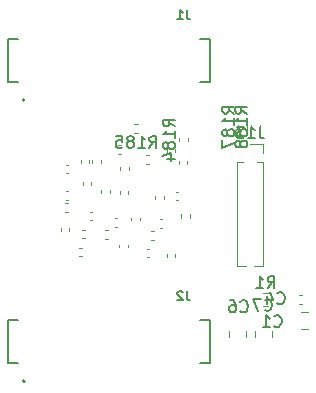
<source format=gbr>
%TF.GenerationSoftware,KiCad,Pcbnew,8.0.4-8.0.4-0~ubuntu20.04.1*%
%TF.CreationDate,2024-10-25T22:34:00+02:00*%
%TF.ProjectId,home_auto,686f6d65-5f61-4757-946f-2e6b69636164,rev?*%
%TF.SameCoordinates,Original*%
%TF.FileFunction,Legend,Bot*%
%TF.FilePolarity,Positive*%
%FSLAX46Y46*%
G04 Gerber Fmt 4.6, Leading zero omitted, Abs format (unit mm)*
G04 Created by KiCad (PCBNEW 8.0.4-8.0.4-0~ubuntu20.04.1) date 2024-10-25 22:34:00*
%MOMM*%
%LPD*%
G01*
G04 APERTURE LIST*
%ADD10C,0.150000*%
%ADD11C,0.120000*%
%ADD12C,0.127000*%
%ADD13C,0.200000*%
G04 APERTURE END LIST*
D10*
X104696666Y-109299580D02*
X104744285Y-109347200D01*
X104744285Y-109347200D02*
X104887142Y-109394819D01*
X104887142Y-109394819D02*
X104982380Y-109394819D01*
X104982380Y-109394819D02*
X105125237Y-109347200D01*
X105125237Y-109347200D02*
X105220475Y-109251961D01*
X105220475Y-109251961D02*
X105268094Y-109156723D01*
X105268094Y-109156723D02*
X105315713Y-108966247D01*
X105315713Y-108966247D02*
X105315713Y-108823390D01*
X105315713Y-108823390D02*
X105268094Y-108632914D01*
X105268094Y-108632914D02*
X105220475Y-108537676D01*
X105220475Y-108537676D02*
X105125237Y-108442438D01*
X105125237Y-108442438D02*
X104982380Y-108394819D01*
X104982380Y-108394819D02*
X104887142Y-108394819D01*
X104887142Y-108394819D02*
X104744285Y-108442438D01*
X104744285Y-108442438D02*
X104696666Y-108490057D01*
X103744285Y-109394819D02*
X104315713Y-109394819D01*
X104029999Y-109394819D02*
X104029999Y-108394819D01*
X104029999Y-108394819D02*
X104125237Y-108537676D01*
X104125237Y-108537676D02*
X104220475Y-108632914D01*
X104220475Y-108632914D02*
X104315713Y-108680533D01*
X97287467Y-82544065D02*
X97287467Y-83106495D01*
X97287467Y-83106495D02*
X97324962Y-83218981D01*
X97324962Y-83218981D02*
X97399953Y-83293972D01*
X97399953Y-83293972D02*
X97512439Y-83331467D01*
X97512439Y-83331467D02*
X97587430Y-83331467D01*
X96500065Y-83331467D02*
X96950009Y-83331467D01*
X96725037Y-83331467D02*
X96725037Y-82544065D01*
X96725037Y-82544065D02*
X96800028Y-82656551D01*
X96800028Y-82656551D02*
X96875019Y-82731542D01*
X96875019Y-82731542D02*
X96950009Y-82769037D01*
X94129047Y-94204819D02*
X94462380Y-93728628D01*
X94700475Y-94204819D02*
X94700475Y-93204819D01*
X94700475Y-93204819D02*
X94319523Y-93204819D01*
X94319523Y-93204819D02*
X94224285Y-93252438D01*
X94224285Y-93252438D02*
X94176666Y-93300057D01*
X94176666Y-93300057D02*
X94129047Y-93395295D01*
X94129047Y-93395295D02*
X94129047Y-93538152D01*
X94129047Y-93538152D02*
X94176666Y-93633390D01*
X94176666Y-93633390D02*
X94224285Y-93681009D01*
X94224285Y-93681009D02*
X94319523Y-93728628D01*
X94319523Y-93728628D02*
X94700475Y-93728628D01*
X93176666Y-94204819D02*
X93748094Y-94204819D01*
X93462380Y-94204819D02*
X93462380Y-93204819D01*
X93462380Y-93204819D02*
X93557618Y-93347676D01*
X93557618Y-93347676D02*
X93652856Y-93442914D01*
X93652856Y-93442914D02*
X93748094Y-93490533D01*
X92605237Y-93633390D02*
X92700475Y-93585771D01*
X92700475Y-93585771D02*
X92748094Y-93538152D01*
X92748094Y-93538152D02*
X92795713Y-93442914D01*
X92795713Y-93442914D02*
X92795713Y-93395295D01*
X92795713Y-93395295D02*
X92748094Y-93300057D01*
X92748094Y-93300057D02*
X92700475Y-93252438D01*
X92700475Y-93252438D02*
X92605237Y-93204819D01*
X92605237Y-93204819D02*
X92414761Y-93204819D01*
X92414761Y-93204819D02*
X92319523Y-93252438D01*
X92319523Y-93252438D02*
X92271904Y-93300057D01*
X92271904Y-93300057D02*
X92224285Y-93395295D01*
X92224285Y-93395295D02*
X92224285Y-93442914D01*
X92224285Y-93442914D02*
X92271904Y-93538152D01*
X92271904Y-93538152D02*
X92319523Y-93585771D01*
X92319523Y-93585771D02*
X92414761Y-93633390D01*
X92414761Y-93633390D02*
X92605237Y-93633390D01*
X92605237Y-93633390D02*
X92700475Y-93681009D01*
X92700475Y-93681009D02*
X92748094Y-93728628D01*
X92748094Y-93728628D02*
X92795713Y-93823866D01*
X92795713Y-93823866D02*
X92795713Y-94014342D01*
X92795713Y-94014342D02*
X92748094Y-94109580D01*
X92748094Y-94109580D02*
X92700475Y-94157200D01*
X92700475Y-94157200D02*
X92605237Y-94204819D01*
X92605237Y-94204819D02*
X92414761Y-94204819D01*
X92414761Y-94204819D02*
X92319523Y-94157200D01*
X92319523Y-94157200D02*
X92271904Y-94109580D01*
X92271904Y-94109580D02*
X92224285Y-94014342D01*
X92224285Y-94014342D02*
X92224285Y-93823866D01*
X92224285Y-93823866D02*
X92271904Y-93728628D01*
X92271904Y-93728628D02*
X92319523Y-93681009D01*
X92319523Y-93681009D02*
X92414761Y-93633390D01*
X91319523Y-93204819D02*
X91795713Y-93204819D01*
X91795713Y-93204819D02*
X91843332Y-93681009D01*
X91843332Y-93681009D02*
X91795713Y-93633390D01*
X91795713Y-93633390D02*
X91700475Y-93585771D01*
X91700475Y-93585771D02*
X91462380Y-93585771D01*
X91462380Y-93585771D02*
X91367142Y-93633390D01*
X91367142Y-93633390D02*
X91319523Y-93681009D01*
X91319523Y-93681009D02*
X91271904Y-93776247D01*
X91271904Y-93776247D02*
X91271904Y-94014342D01*
X91271904Y-94014342D02*
X91319523Y-94109580D01*
X91319523Y-94109580D02*
X91367142Y-94157200D01*
X91367142Y-94157200D02*
X91462380Y-94204819D01*
X91462380Y-94204819D02*
X91700475Y-94204819D01*
X91700475Y-94204819D02*
X91795713Y-94157200D01*
X91795713Y-94157200D02*
X91843332Y-94109580D01*
X104956666Y-107349580D02*
X105004285Y-107397200D01*
X105004285Y-107397200D02*
X105147142Y-107444819D01*
X105147142Y-107444819D02*
X105242380Y-107444819D01*
X105242380Y-107444819D02*
X105385237Y-107397200D01*
X105385237Y-107397200D02*
X105480475Y-107301961D01*
X105480475Y-107301961D02*
X105528094Y-107206723D01*
X105528094Y-107206723D02*
X105575713Y-107016247D01*
X105575713Y-107016247D02*
X105575713Y-106873390D01*
X105575713Y-106873390D02*
X105528094Y-106682914D01*
X105528094Y-106682914D02*
X105480475Y-106587676D01*
X105480475Y-106587676D02*
X105385237Y-106492438D01*
X105385237Y-106492438D02*
X105242380Y-106444819D01*
X105242380Y-106444819D02*
X105147142Y-106444819D01*
X105147142Y-106444819D02*
X105004285Y-106492438D01*
X105004285Y-106492438D02*
X104956666Y-106540057D01*
X104099523Y-106778152D02*
X104099523Y-107444819D01*
X104337618Y-106397200D02*
X104575713Y-107111485D01*
X104575713Y-107111485D02*
X103956666Y-107111485D01*
X103881666Y-107934580D02*
X103929285Y-107982200D01*
X103929285Y-107982200D02*
X104072142Y-108029819D01*
X104072142Y-108029819D02*
X104167380Y-108029819D01*
X104167380Y-108029819D02*
X104310237Y-107982200D01*
X104310237Y-107982200D02*
X104405475Y-107886961D01*
X104405475Y-107886961D02*
X104453094Y-107791723D01*
X104453094Y-107791723D02*
X104500713Y-107601247D01*
X104500713Y-107601247D02*
X104500713Y-107458390D01*
X104500713Y-107458390D02*
X104453094Y-107267914D01*
X104453094Y-107267914D02*
X104405475Y-107172676D01*
X104405475Y-107172676D02*
X104310237Y-107077438D01*
X104310237Y-107077438D02*
X104167380Y-107029819D01*
X104167380Y-107029819D02*
X104072142Y-107029819D01*
X104072142Y-107029819D02*
X103929285Y-107077438D01*
X103929285Y-107077438D02*
X103881666Y-107125057D01*
X103548332Y-107029819D02*
X102881666Y-107029819D01*
X102881666Y-107029819D02*
X103310237Y-108029819D01*
X101304819Y-91310952D02*
X100828628Y-90977619D01*
X101304819Y-90739524D02*
X100304819Y-90739524D01*
X100304819Y-90739524D02*
X100304819Y-91120476D01*
X100304819Y-91120476D02*
X100352438Y-91215714D01*
X100352438Y-91215714D02*
X100400057Y-91263333D01*
X100400057Y-91263333D02*
X100495295Y-91310952D01*
X100495295Y-91310952D02*
X100638152Y-91310952D01*
X100638152Y-91310952D02*
X100733390Y-91263333D01*
X100733390Y-91263333D02*
X100781009Y-91215714D01*
X100781009Y-91215714D02*
X100828628Y-91120476D01*
X100828628Y-91120476D02*
X100828628Y-90739524D01*
X101304819Y-92263333D02*
X101304819Y-91691905D01*
X101304819Y-91977619D02*
X100304819Y-91977619D01*
X100304819Y-91977619D02*
X100447676Y-91882381D01*
X100447676Y-91882381D02*
X100542914Y-91787143D01*
X100542914Y-91787143D02*
X100590533Y-91691905D01*
X100733390Y-92834762D02*
X100685771Y-92739524D01*
X100685771Y-92739524D02*
X100638152Y-92691905D01*
X100638152Y-92691905D02*
X100542914Y-92644286D01*
X100542914Y-92644286D02*
X100495295Y-92644286D01*
X100495295Y-92644286D02*
X100400057Y-92691905D01*
X100400057Y-92691905D02*
X100352438Y-92739524D01*
X100352438Y-92739524D02*
X100304819Y-92834762D01*
X100304819Y-92834762D02*
X100304819Y-93025238D01*
X100304819Y-93025238D02*
X100352438Y-93120476D01*
X100352438Y-93120476D02*
X100400057Y-93168095D01*
X100400057Y-93168095D02*
X100495295Y-93215714D01*
X100495295Y-93215714D02*
X100542914Y-93215714D01*
X100542914Y-93215714D02*
X100638152Y-93168095D01*
X100638152Y-93168095D02*
X100685771Y-93120476D01*
X100685771Y-93120476D02*
X100733390Y-93025238D01*
X100733390Y-93025238D02*
X100733390Y-92834762D01*
X100733390Y-92834762D02*
X100781009Y-92739524D01*
X100781009Y-92739524D02*
X100828628Y-92691905D01*
X100828628Y-92691905D02*
X100923866Y-92644286D01*
X100923866Y-92644286D02*
X101114342Y-92644286D01*
X101114342Y-92644286D02*
X101209580Y-92691905D01*
X101209580Y-92691905D02*
X101257200Y-92739524D01*
X101257200Y-92739524D02*
X101304819Y-92834762D01*
X101304819Y-92834762D02*
X101304819Y-93025238D01*
X101304819Y-93025238D02*
X101257200Y-93120476D01*
X101257200Y-93120476D02*
X101209580Y-93168095D01*
X101209580Y-93168095D02*
X101114342Y-93215714D01*
X101114342Y-93215714D02*
X100923866Y-93215714D01*
X100923866Y-93215714D02*
X100828628Y-93168095D01*
X100828628Y-93168095D02*
X100781009Y-93120476D01*
X100781009Y-93120476D02*
X100733390Y-93025238D01*
X100304819Y-93549048D02*
X100304819Y-94215714D01*
X100304819Y-94215714D02*
X101304819Y-93787143D01*
X97287467Y-106344065D02*
X97287467Y-106906495D01*
X97287467Y-106906495D02*
X97324962Y-107018981D01*
X97324962Y-107018981D02*
X97399953Y-107093972D01*
X97399953Y-107093972D02*
X97512439Y-107131467D01*
X97512439Y-107131467D02*
X97587430Y-107131467D01*
X96950009Y-106419056D02*
X96912514Y-106381560D01*
X96912514Y-106381560D02*
X96837523Y-106344065D01*
X96837523Y-106344065D02*
X96650047Y-106344065D01*
X96650047Y-106344065D02*
X96575056Y-106381560D01*
X96575056Y-106381560D02*
X96537561Y-106419056D01*
X96537561Y-106419056D02*
X96500065Y-106494046D01*
X96500065Y-106494046D02*
X96500065Y-106569037D01*
X96500065Y-106569037D02*
X96537561Y-106681523D01*
X96537561Y-106681523D02*
X96987505Y-107131467D01*
X96987505Y-107131467D02*
X96500065Y-107131467D01*
X104136666Y-106074819D02*
X104469999Y-105598628D01*
X104708094Y-106074819D02*
X104708094Y-105074819D01*
X104708094Y-105074819D02*
X104327142Y-105074819D01*
X104327142Y-105074819D02*
X104231904Y-105122438D01*
X104231904Y-105122438D02*
X104184285Y-105170057D01*
X104184285Y-105170057D02*
X104136666Y-105265295D01*
X104136666Y-105265295D02*
X104136666Y-105408152D01*
X104136666Y-105408152D02*
X104184285Y-105503390D01*
X104184285Y-105503390D02*
X104231904Y-105551009D01*
X104231904Y-105551009D02*
X104327142Y-105598628D01*
X104327142Y-105598628D02*
X104708094Y-105598628D01*
X103184285Y-106074819D02*
X103755713Y-106074819D01*
X103469999Y-106074819D02*
X103469999Y-105074819D01*
X103469999Y-105074819D02*
X103565237Y-105217676D01*
X103565237Y-105217676D02*
X103660475Y-105312914D01*
X103660475Y-105312914D02*
X103755713Y-105360533D01*
X96274819Y-92400952D02*
X95798628Y-92067619D01*
X96274819Y-91829524D02*
X95274819Y-91829524D01*
X95274819Y-91829524D02*
X95274819Y-92210476D01*
X95274819Y-92210476D02*
X95322438Y-92305714D01*
X95322438Y-92305714D02*
X95370057Y-92353333D01*
X95370057Y-92353333D02*
X95465295Y-92400952D01*
X95465295Y-92400952D02*
X95608152Y-92400952D01*
X95608152Y-92400952D02*
X95703390Y-92353333D01*
X95703390Y-92353333D02*
X95751009Y-92305714D01*
X95751009Y-92305714D02*
X95798628Y-92210476D01*
X95798628Y-92210476D02*
X95798628Y-91829524D01*
X96274819Y-93353333D02*
X96274819Y-92781905D01*
X96274819Y-93067619D02*
X95274819Y-93067619D01*
X95274819Y-93067619D02*
X95417676Y-92972381D01*
X95417676Y-92972381D02*
X95512914Y-92877143D01*
X95512914Y-92877143D02*
X95560533Y-92781905D01*
X95703390Y-93924762D02*
X95655771Y-93829524D01*
X95655771Y-93829524D02*
X95608152Y-93781905D01*
X95608152Y-93781905D02*
X95512914Y-93734286D01*
X95512914Y-93734286D02*
X95465295Y-93734286D01*
X95465295Y-93734286D02*
X95370057Y-93781905D01*
X95370057Y-93781905D02*
X95322438Y-93829524D01*
X95322438Y-93829524D02*
X95274819Y-93924762D01*
X95274819Y-93924762D02*
X95274819Y-94115238D01*
X95274819Y-94115238D02*
X95322438Y-94210476D01*
X95322438Y-94210476D02*
X95370057Y-94258095D01*
X95370057Y-94258095D02*
X95465295Y-94305714D01*
X95465295Y-94305714D02*
X95512914Y-94305714D01*
X95512914Y-94305714D02*
X95608152Y-94258095D01*
X95608152Y-94258095D02*
X95655771Y-94210476D01*
X95655771Y-94210476D02*
X95703390Y-94115238D01*
X95703390Y-94115238D02*
X95703390Y-93924762D01*
X95703390Y-93924762D02*
X95751009Y-93829524D01*
X95751009Y-93829524D02*
X95798628Y-93781905D01*
X95798628Y-93781905D02*
X95893866Y-93734286D01*
X95893866Y-93734286D02*
X96084342Y-93734286D01*
X96084342Y-93734286D02*
X96179580Y-93781905D01*
X96179580Y-93781905D02*
X96227200Y-93829524D01*
X96227200Y-93829524D02*
X96274819Y-93924762D01*
X96274819Y-93924762D02*
X96274819Y-94115238D01*
X96274819Y-94115238D02*
X96227200Y-94210476D01*
X96227200Y-94210476D02*
X96179580Y-94258095D01*
X96179580Y-94258095D02*
X96084342Y-94305714D01*
X96084342Y-94305714D02*
X95893866Y-94305714D01*
X95893866Y-94305714D02*
X95798628Y-94258095D01*
X95798628Y-94258095D02*
X95751009Y-94210476D01*
X95751009Y-94210476D02*
X95703390Y-94115238D01*
X95608152Y-95162857D02*
X96274819Y-95162857D01*
X95227200Y-94924762D02*
X95941485Y-94686667D01*
X95941485Y-94686667D02*
X95941485Y-95305714D01*
X103459523Y-92409819D02*
X103459523Y-93124104D01*
X103459523Y-93124104D02*
X103507142Y-93266961D01*
X103507142Y-93266961D02*
X103602380Y-93362200D01*
X103602380Y-93362200D02*
X103745237Y-93409819D01*
X103745237Y-93409819D02*
X103840475Y-93409819D01*
X102459523Y-93409819D02*
X103030951Y-93409819D01*
X102745237Y-93409819D02*
X102745237Y-92409819D01*
X102745237Y-92409819D02*
X102840475Y-92552676D01*
X102840475Y-92552676D02*
X102935713Y-92647914D01*
X102935713Y-92647914D02*
X103030951Y-92695533D01*
X102126189Y-92409819D02*
X101507142Y-92409819D01*
X101507142Y-92409819D02*
X101840475Y-92790771D01*
X101840475Y-92790771D02*
X101697618Y-92790771D01*
X101697618Y-92790771D02*
X101602380Y-92838390D01*
X101602380Y-92838390D02*
X101554761Y-92886009D01*
X101554761Y-92886009D02*
X101507142Y-92981247D01*
X101507142Y-92981247D02*
X101507142Y-93219342D01*
X101507142Y-93219342D02*
X101554761Y-93314580D01*
X101554761Y-93314580D02*
X101602380Y-93362200D01*
X101602380Y-93362200D02*
X101697618Y-93409819D01*
X101697618Y-93409819D02*
X101983332Y-93409819D01*
X101983332Y-93409819D02*
X102078570Y-93362200D01*
X102078570Y-93362200D02*
X102126189Y-93314580D01*
X102394819Y-91310952D02*
X101918628Y-90977619D01*
X102394819Y-90739524D02*
X101394819Y-90739524D01*
X101394819Y-90739524D02*
X101394819Y-91120476D01*
X101394819Y-91120476D02*
X101442438Y-91215714D01*
X101442438Y-91215714D02*
X101490057Y-91263333D01*
X101490057Y-91263333D02*
X101585295Y-91310952D01*
X101585295Y-91310952D02*
X101728152Y-91310952D01*
X101728152Y-91310952D02*
X101823390Y-91263333D01*
X101823390Y-91263333D02*
X101871009Y-91215714D01*
X101871009Y-91215714D02*
X101918628Y-91120476D01*
X101918628Y-91120476D02*
X101918628Y-90739524D01*
X102394819Y-92263333D02*
X102394819Y-91691905D01*
X102394819Y-91977619D02*
X101394819Y-91977619D01*
X101394819Y-91977619D02*
X101537676Y-91882381D01*
X101537676Y-91882381D02*
X101632914Y-91787143D01*
X101632914Y-91787143D02*
X101680533Y-91691905D01*
X101823390Y-92834762D02*
X101775771Y-92739524D01*
X101775771Y-92739524D02*
X101728152Y-92691905D01*
X101728152Y-92691905D02*
X101632914Y-92644286D01*
X101632914Y-92644286D02*
X101585295Y-92644286D01*
X101585295Y-92644286D02*
X101490057Y-92691905D01*
X101490057Y-92691905D02*
X101442438Y-92739524D01*
X101442438Y-92739524D02*
X101394819Y-92834762D01*
X101394819Y-92834762D02*
X101394819Y-93025238D01*
X101394819Y-93025238D02*
X101442438Y-93120476D01*
X101442438Y-93120476D02*
X101490057Y-93168095D01*
X101490057Y-93168095D02*
X101585295Y-93215714D01*
X101585295Y-93215714D02*
X101632914Y-93215714D01*
X101632914Y-93215714D02*
X101728152Y-93168095D01*
X101728152Y-93168095D02*
X101775771Y-93120476D01*
X101775771Y-93120476D02*
X101823390Y-93025238D01*
X101823390Y-93025238D02*
X101823390Y-92834762D01*
X101823390Y-92834762D02*
X101871009Y-92739524D01*
X101871009Y-92739524D02*
X101918628Y-92691905D01*
X101918628Y-92691905D02*
X102013866Y-92644286D01*
X102013866Y-92644286D02*
X102204342Y-92644286D01*
X102204342Y-92644286D02*
X102299580Y-92691905D01*
X102299580Y-92691905D02*
X102347200Y-92739524D01*
X102347200Y-92739524D02*
X102394819Y-92834762D01*
X102394819Y-92834762D02*
X102394819Y-93025238D01*
X102394819Y-93025238D02*
X102347200Y-93120476D01*
X102347200Y-93120476D02*
X102299580Y-93168095D01*
X102299580Y-93168095D02*
X102204342Y-93215714D01*
X102204342Y-93215714D02*
X102013866Y-93215714D01*
X102013866Y-93215714D02*
X101918628Y-93168095D01*
X101918628Y-93168095D02*
X101871009Y-93120476D01*
X101871009Y-93120476D02*
X101823390Y-93025238D01*
X101823390Y-93787143D02*
X101775771Y-93691905D01*
X101775771Y-93691905D02*
X101728152Y-93644286D01*
X101728152Y-93644286D02*
X101632914Y-93596667D01*
X101632914Y-93596667D02*
X101585295Y-93596667D01*
X101585295Y-93596667D02*
X101490057Y-93644286D01*
X101490057Y-93644286D02*
X101442438Y-93691905D01*
X101442438Y-93691905D02*
X101394819Y-93787143D01*
X101394819Y-93787143D02*
X101394819Y-93977619D01*
X101394819Y-93977619D02*
X101442438Y-94072857D01*
X101442438Y-94072857D02*
X101490057Y-94120476D01*
X101490057Y-94120476D02*
X101585295Y-94168095D01*
X101585295Y-94168095D02*
X101632914Y-94168095D01*
X101632914Y-94168095D02*
X101728152Y-94120476D01*
X101728152Y-94120476D02*
X101775771Y-94072857D01*
X101775771Y-94072857D02*
X101823390Y-93977619D01*
X101823390Y-93977619D02*
X101823390Y-93787143D01*
X101823390Y-93787143D02*
X101871009Y-93691905D01*
X101871009Y-93691905D02*
X101918628Y-93644286D01*
X101918628Y-93644286D02*
X102013866Y-93596667D01*
X102013866Y-93596667D02*
X102204342Y-93596667D01*
X102204342Y-93596667D02*
X102299580Y-93644286D01*
X102299580Y-93644286D02*
X102347200Y-93691905D01*
X102347200Y-93691905D02*
X102394819Y-93787143D01*
X102394819Y-93787143D02*
X102394819Y-93977619D01*
X102394819Y-93977619D02*
X102347200Y-94072857D01*
X102347200Y-94072857D02*
X102299580Y-94120476D01*
X102299580Y-94120476D02*
X102204342Y-94168095D01*
X102204342Y-94168095D02*
X102013866Y-94168095D01*
X102013866Y-94168095D02*
X101918628Y-94120476D01*
X101918628Y-94120476D02*
X101871009Y-94072857D01*
X101871009Y-94072857D02*
X101823390Y-93977619D01*
X101836666Y-108039580D02*
X101884285Y-108087200D01*
X101884285Y-108087200D02*
X102027142Y-108134819D01*
X102027142Y-108134819D02*
X102122380Y-108134819D01*
X102122380Y-108134819D02*
X102265237Y-108087200D01*
X102265237Y-108087200D02*
X102360475Y-107991961D01*
X102360475Y-107991961D02*
X102408094Y-107896723D01*
X102408094Y-107896723D02*
X102455713Y-107706247D01*
X102455713Y-107706247D02*
X102455713Y-107563390D01*
X102455713Y-107563390D02*
X102408094Y-107372914D01*
X102408094Y-107372914D02*
X102360475Y-107277676D01*
X102360475Y-107277676D02*
X102265237Y-107182438D01*
X102265237Y-107182438D02*
X102122380Y-107134819D01*
X102122380Y-107134819D02*
X102027142Y-107134819D01*
X102027142Y-107134819D02*
X101884285Y-107182438D01*
X101884285Y-107182438D02*
X101836666Y-107230057D01*
X100979523Y-107134819D02*
X101169999Y-107134819D01*
X101169999Y-107134819D02*
X101265237Y-107182438D01*
X101265237Y-107182438D02*
X101312856Y-107230057D01*
X101312856Y-107230057D02*
X101408094Y-107372914D01*
X101408094Y-107372914D02*
X101455713Y-107563390D01*
X101455713Y-107563390D02*
X101455713Y-107944342D01*
X101455713Y-107944342D02*
X101408094Y-108039580D01*
X101408094Y-108039580D02*
X101360475Y-108087200D01*
X101360475Y-108087200D02*
X101265237Y-108134819D01*
X101265237Y-108134819D02*
X101074761Y-108134819D01*
X101074761Y-108134819D02*
X100979523Y-108087200D01*
X100979523Y-108087200D02*
X100931904Y-108039580D01*
X100931904Y-108039580D02*
X100884285Y-107944342D01*
X100884285Y-107944342D02*
X100884285Y-107706247D01*
X100884285Y-107706247D02*
X100931904Y-107611009D01*
X100931904Y-107611009D02*
X100979523Y-107563390D01*
X100979523Y-107563390D02*
X101074761Y-107515771D01*
X101074761Y-107515771D02*
X101265237Y-107515771D01*
X101265237Y-107515771D02*
X101360475Y-107563390D01*
X101360475Y-107563390D02*
X101408094Y-107611009D01*
X101408094Y-107611009D02*
X101455713Y-107706247D01*
D11*
%TO.C,C22*%
X95002164Y-100270000D02*
X95217836Y-100270000D01*
X95002164Y-100990000D02*
X95217836Y-100990000D01*
%TO.C,C1*%
X106988748Y-108075000D02*
X107511252Y-108075000D01*
X106988748Y-109545000D02*
X107511252Y-109545000D01*
%TO.C,C30*%
X89082164Y-99620000D02*
X89297836Y-99620000D01*
X89082164Y-100340000D02*
X89297836Y-100340000D01*
%TO.C,C41*%
X96610000Y-95342164D02*
X96610000Y-95557836D01*
X97330000Y-95342164D02*
X97330000Y-95557836D01*
%TO.C,C21*%
X87227836Y-98890000D02*
X87012164Y-98890000D01*
X87227836Y-99610000D02*
X87012164Y-99610000D01*
%TO.C,R186*%
X96790000Y-99816359D02*
X96790000Y-100123641D01*
X97550000Y-99816359D02*
X97550000Y-100123641D01*
%TO.C,C52*%
X91620000Y-97862164D02*
X91620000Y-98077836D01*
X92340000Y-97862164D02*
X92340000Y-98077836D01*
D12*
%TO.C,J1*%
X82175000Y-85025000D02*
X82175000Y-88625000D01*
X82175000Y-88625000D02*
X83005000Y-88625000D01*
X83005000Y-85025000D02*
X82175000Y-85025000D01*
X98445000Y-88625000D02*
X99275000Y-88625000D01*
X99275000Y-85025000D02*
X98445000Y-85025000D01*
X99275000Y-88625000D02*
X99275000Y-85025000D01*
D13*
X83575000Y-90175000D02*
G75*
G02*
X83375000Y-90175000I-100000J0D01*
G01*
X83375000Y-90175000D02*
G75*
G02*
X83575000Y-90175000I100000J0D01*
G01*
D11*
%TO.C,C53*%
X92600000Y-100132164D02*
X92600000Y-100347836D01*
X93320000Y-100132164D02*
X93320000Y-100347836D01*
%TO.C,C55*%
X96557836Y-97930000D02*
X96342164Y-97930000D01*
X96557836Y-98650000D02*
X96342164Y-98650000D01*
%TO.C,R185*%
X93163641Y-92200000D02*
X92856359Y-92200000D01*
X93163641Y-92960000D02*
X92856359Y-92960000D01*
%TO.C,C4*%
X106792164Y-106690000D02*
X107007836Y-106690000D01*
X106792164Y-107410000D02*
X107007836Y-107410000D01*
%TO.C,C18*%
X90402164Y-101170000D02*
X90617836Y-101170000D01*
X90402164Y-101890000D02*
X90617836Y-101890000D01*
%TO.C,C40*%
X88330000Y-95457836D02*
X88330000Y-95242164D01*
X89050000Y-95457836D02*
X89050000Y-95242164D01*
%TO.C,C19*%
X88192164Y-102680000D02*
X88407836Y-102680000D01*
X88192164Y-103400000D02*
X88407836Y-103400000D01*
%TO.C,C37*%
X94087836Y-94820000D02*
X93872164Y-94820000D01*
X94087836Y-95540000D02*
X93872164Y-95540000D01*
%TO.C,C47*%
X88452164Y-101160000D02*
X88667836Y-101160000D01*
X88452164Y-101880000D02*
X88667836Y-101880000D01*
%TO.C,C45*%
X90050000Y-98007836D02*
X90050000Y-97792164D01*
X90770000Y-98007836D02*
X90770000Y-97792164D01*
%TO.C,C20*%
X94272164Y-101260000D02*
X94487836Y-101260000D01*
X94272164Y-101980000D02*
X94487836Y-101980000D01*
%TO.C,C49*%
X87247836Y-97890000D02*
X87032164Y-97890000D01*
X87247836Y-98610000D02*
X87032164Y-98610000D01*
%TO.C,C7*%
X103040000Y-109713748D02*
X103040000Y-110236252D01*
X104510000Y-109713748D02*
X104510000Y-110236252D01*
%TO.C,C32*%
X91407836Y-100170000D02*
X91192164Y-100170000D01*
X91407836Y-100890000D02*
X91192164Y-100890000D01*
%TO.C,C31*%
X94600000Y-98507836D02*
X94600000Y-98292164D01*
X95320000Y-98507836D02*
X95320000Y-98292164D01*
%TO.C,R187*%
X101640000Y-92583641D02*
X101640000Y-92276359D01*
X102400000Y-92583641D02*
X102400000Y-92276359D01*
D12*
%TO.C,J2*%
X82175000Y-108825000D02*
X82175000Y-112425000D01*
X82175000Y-112425000D02*
X83005000Y-112425000D01*
X83005000Y-108825000D02*
X82175000Y-108825000D01*
X98445000Y-112425000D02*
X99275000Y-112425000D01*
X99275000Y-108825000D02*
X98445000Y-108825000D01*
X99275000Y-112425000D02*
X99275000Y-108825000D01*
D13*
X83575000Y-113975000D02*
G75*
G02*
X83375000Y-113975000I-100000J0D01*
G01*
X83375000Y-113975000D02*
G75*
G02*
X83575000Y-113975000I100000J0D01*
G01*
D11*
%TO.C,C34*%
X95580000Y-103427836D02*
X95580000Y-103212164D01*
X96300000Y-103427836D02*
X96300000Y-103212164D01*
%TO.C,C50*%
X95590000Y-94557836D02*
X95590000Y-94342164D01*
X96310000Y-94557836D02*
X96310000Y-94342164D01*
%TO.C,R1*%
X103732742Y-106527500D02*
X104207258Y-106527500D01*
X103732742Y-107572500D02*
X104207258Y-107572500D01*
%TO.C,C33*%
X88470000Y-97337836D02*
X88470000Y-97122164D01*
X89190000Y-97337836D02*
X89190000Y-97122164D01*
%TO.C,R184*%
X96610000Y-93673641D02*
X96610000Y-93366359D01*
X97370000Y-93673641D02*
X97370000Y-93366359D01*
%TO.C,C43*%
X87247836Y-95640000D02*
X87032164Y-95640000D01*
X87247836Y-96360000D02*
X87032164Y-96360000D01*
%TO.C,C58*%
X91590000Y-102432164D02*
X91590000Y-102647836D01*
X92310000Y-102432164D02*
X92310000Y-102647836D01*
%TO.C,C38*%
X91697836Y-93990000D02*
X91482164Y-93990000D01*
X91697836Y-94710000D02*
X91482164Y-94710000D01*
%TO.C,C59*%
X94097836Y-102740000D02*
X93882164Y-102740000D01*
X94097836Y-103460000D02*
X93882164Y-103460000D01*
%TO.C,J13*%
X103760000Y-104235000D02*
X103760000Y-95410000D01*
X103760000Y-93890000D02*
X103760000Y-94650000D01*
X103213471Y-95410000D02*
X103760000Y-95410000D01*
X102957530Y-104235000D02*
X103760000Y-104235000D01*
X102650000Y-93890000D02*
X103760000Y-93890000D01*
X101540000Y-104235000D02*
X102342470Y-104235000D01*
X101540000Y-104235000D02*
X101540000Y-95410000D01*
X101540000Y-95410000D02*
X102086529Y-95410000D01*
%TO.C,R188*%
X102730000Y-92583641D02*
X102730000Y-92276359D01*
X103490000Y-92583641D02*
X103490000Y-92276359D01*
%TO.C,C6*%
X100865000Y-109688748D02*
X100865000Y-110211252D01*
X102335000Y-109688748D02*
X102335000Y-110211252D01*
%TO.C,C48*%
X86610000Y-101002164D02*
X86610000Y-101217836D01*
X87330000Y-101002164D02*
X87330000Y-101217836D01*
%TO.C,C46*%
X91640000Y-95832164D02*
X91640000Y-96047836D01*
X92360000Y-95832164D02*
X92360000Y-96047836D01*
%TO.C,C35*%
X89300000Y-95242164D02*
X89300000Y-95457836D01*
X90020000Y-95242164D02*
X90020000Y-95457836D01*
%TD*%
M02*

</source>
